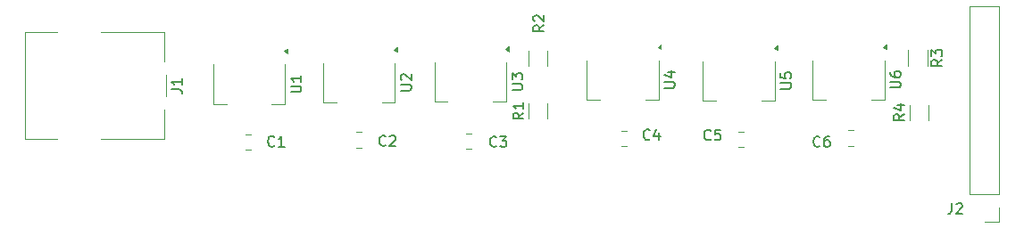
<source format=gbr>
%TF.GenerationSoftware,KiCad,Pcbnew,9.0.3*%
%TF.CreationDate,2025-11-02T19:13:38+05:00*%
%TF.ProjectId,zynq-7000-development-board,7a796e71-2d37-4303-9030-2d646576656c,rev?*%
%TF.SameCoordinates,Original*%
%TF.FileFunction,Legend,Top*%
%TF.FilePolarity,Positive*%
%FSLAX46Y46*%
G04 Gerber Fmt 4.6, Leading zero omitted, Abs format (unit mm)*
G04 Created by KiCad (PCBNEW 9.0.3) date 2025-11-02 19:13:38*
%MOMM*%
%LPD*%
G01*
G04 APERTURE LIST*
%ADD10C,0.150000*%
%ADD11C,0.120000*%
G04 APERTURE END LIST*
D10*
X192956666Y-122614819D02*
X192956666Y-123329104D01*
X192956666Y-123329104D02*
X192909047Y-123471961D01*
X192909047Y-123471961D02*
X192813809Y-123567200D01*
X192813809Y-123567200D02*
X192670952Y-123614819D01*
X192670952Y-123614819D02*
X192575714Y-123614819D01*
X193385238Y-122710057D02*
X193432857Y-122662438D01*
X193432857Y-122662438D02*
X193528095Y-122614819D01*
X193528095Y-122614819D02*
X193766190Y-122614819D01*
X193766190Y-122614819D02*
X193861428Y-122662438D01*
X193861428Y-122662438D02*
X193909047Y-122710057D01*
X193909047Y-122710057D02*
X193956666Y-122805295D01*
X193956666Y-122805295D02*
X193956666Y-122900533D01*
X193956666Y-122900533D02*
X193909047Y-123043390D01*
X193909047Y-123043390D02*
X193337619Y-123614819D01*
X193337619Y-123614819D02*
X193956666Y-123614819D01*
X187114819Y-111621904D02*
X187924342Y-111621904D01*
X187924342Y-111621904D02*
X188019580Y-111574285D01*
X188019580Y-111574285D02*
X188067200Y-111526666D01*
X188067200Y-111526666D02*
X188114819Y-111431428D01*
X188114819Y-111431428D02*
X188114819Y-111240952D01*
X188114819Y-111240952D02*
X188067200Y-111145714D01*
X188067200Y-111145714D02*
X188019580Y-111098095D01*
X188019580Y-111098095D02*
X187924342Y-111050476D01*
X187924342Y-111050476D02*
X187114819Y-111050476D01*
X187114819Y-110145714D02*
X187114819Y-110336190D01*
X187114819Y-110336190D02*
X187162438Y-110431428D01*
X187162438Y-110431428D02*
X187210057Y-110479047D01*
X187210057Y-110479047D02*
X187352914Y-110574285D01*
X187352914Y-110574285D02*
X187543390Y-110621904D01*
X187543390Y-110621904D02*
X187924342Y-110621904D01*
X187924342Y-110621904D02*
X188019580Y-110574285D01*
X188019580Y-110574285D02*
X188067200Y-110526666D01*
X188067200Y-110526666D02*
X188114819Y-110431428D01*
X188114819Y-110431428D02*
X188114819Y-110240952D01*
X188114819Y-110240952D02*
X188067200Y-110145714D01*
X188067200Y-110145714D02*
X188019580Y-110098095D01*
X188019580Y-110098095D02*
X187924342Y-110050476D01*
X187924342Y-110050476D02*
X187686247Y-110050476D01*
X187686247Y-110050476D02*
X187591009Y-110098095D01*
X187591009Y-110098095D02*
X187543390Y-110145714D01*
X187543390Y-110145714D02*
X187495771Y-110240952D01*
X187495771Y-110240952D02*
X187495771Y-110431428D01*
X187495771Y-110431428D02*
X187543390Y-110526666D01*
X187543390Y-110526666D02*
X187591009Y-110574285D01*
X187591009Y-110574285D02*
X187686247Y-110621904D01*
X176727319Y-111711904D02*
X177536842Y-111711904D01*
X177536842Y-111711904D02*
X177632080Y-111664285D01*
X177632080Y-111664285D02*
X177679700Y-111616666D01*
X177679700Y-111616666D02*
X177727319Y-111521428D01*
X177727319Y-111521428D02*
X177727319Y-111330952D01*
X177727319Y-111330952D02*
X177679700Y-111235714D01*
X177679700Y-111235714D02*
X177632080Y-111188095D01*
X177632080Y-111188095D02*
X177536842Y-111140476D01*
X177536842Y-111140476D02*
X176727319Y-111140476D01*
X176727319Y-110188095D02*
X176727319Y-110664285D01*
X176727319Y-110664285D02*
X177203509Y-110711904D01*
X177203509Y-110711904D02*
X177155890Y-110664285D01*
X177155890Y-110664285D02*
X177108271Y-110569047D01*
X177108271Y-110569047D02*
X177108271Y-110330952D01*
X177108271Y-110330952D02*
X177155890Y-110235714D01*
X177155890Y-110235714D02*
X177203509Y-110188095D01*
X177203509Y-110188095D02*
X177298747Y-110140476D01*
X177298747Y-110140476D02*
X177536842Y-110140476D01*
X177536842Y-110140476D02*
X177632080Y-110188095D01*
X177632080Y-110188095D02*
X177679700Y-110235714D01*
X177679700Y-110235714D02*
X177727319Y-110330952D01*
X177727319Y-110330952D02*
X177727319Y-110569047D01*
X177727319Y-110569047D02*
X177679700Y-110664285D01*
X177679700Y-110664285D02*
X177632080Y-110711904D01*
X165707319Y-111631904D02*
X166516842Y-111631904D01*
X166516842Y-111631904D02*
X166612080Y-111584285D01*
X166612080Y-111584285D02*
X166659700Y-111536666D01*
X166659700Y-111536666D02*
X166707319Y-111441428D01*
X166707319Y-111441428D02*
X166707319Y-111250952D01*
X166707319Y-111250952D02*
X166659700Y-111155714D01*
X166659700Y-111155714D02*
X166612080Y-111108095D01*
X166612080Y-111108095D02*
X166516842Y-111060476D01*
X166516842Y-111060476D02*
X165707319Y-111060476D01*
X166040652Y-110155714D02*
X166707319Y-110155714D01*
X165659700Y-110393809D02*
X166373985Y-110631904D01*
X166373985Y-110631904D02*
X166373985Y-110012857D01*
X151257319Y-111811904D02*
X152066842Y-111811904D01*
X152066842Y-111811904D02*
X152162080Y-111764285D01*
X152162080Y-111764285D02*
X152209700Y-111716666D01*
X152209700Y-111716666D02*
X152257319Y-111621428D01*
X152257319Y-111621428D02*
X152257319Y-111430952D01*
X152257319Y-111430952D02*
X152209700Y-111335714D01*
X152209700Y-111335714D02*
X152162080Y-111288095D01*
X152162080Y-111288095D02*
X152066842Y-111240476D01*
X152066842Y-111240476D02*
X151257319Y-111240476D01*
X151257319Y-110859523D02*
X151257319Y-110240476D01*
X151257319Y-110240476D02*
X151638271Y-110573809D01*
X151638271Y-110573809D02*
X151638271Y-110430952D01*
X151638271Y-110430952D02*
X151685890Y-110335714D01*
X151685890Y-110335714D02*
X151733509Y-110288095D01*
X151733509Y-110288095D02*
X151828747Y-110240476D01*
X151828747Y-110240476D02*
X152066842Y-110240476D01*
X152066842Y-110240476D02*
X152162080Y-110288095D01*
X152162080Y-110288095D02*
X152209700Y-110335714D01*
X152209700Y-110335714D02*
X152257319Y-110430952D01*
X152257319Y-110430952D02*
X152257319Y-110716666D01*
X152257319Y-110716666D02*
X152209700Y-110811904D01*
X152209700Y-110811904D02*
X152162080Y-110859523D01*
X140704819Y-111881904D02*
X141514342Y-111881904D01*
X141514342Y-111881904D02*
X141609580Y-111834285D01*
X141609580Y-111834285D02*
X141657200Y-111786666D01*
X141657200Y-111786666D02*
X141704819Y-111691428D01*
X141704819Y-111691428D02*
X141704819Y-111500952D01*
X141704819Y-111500952D02*
X141657200Y-111405714D01*
X141657200Y-111405714D02*
X141609580Y-111358095D01*
X141609580Y-111358095D02*
X141514342Y-111310476D01*
X141514342Y-111310476D02*
X140704819Y-111310476D01*
X140800057Y-110881904D02*
X140752438Y-110834285D01*
X140752438Y-110834285D02*
X140704819Y-110739047D01*
X140704819Y-110739047D02*
X140704819Y-110500952D01*
X140704819Y-110500952D02*
X140752438Y-110405714D01*
X140752438Y-110405714D02*
X140800057Y-110358095D01*
X140800057Y-110358095D02*
X140895295Y-110310476D01*
X140895295Y-110310476D02*
X140990533Y-110310476D01*
X140990533Y-110310476D02*
X141133390Y-110358095D01*
X141133390Y-110358095D02*
X141704819Y-110929523D01*
X141704819Y-110929523D02*
X141704819Y-110310476D01*
X130267319Y-112031904D02*
X131076842Y-112031904D01*
X131076842Y-112031904D02*
X131172080Y-111984285D01*
X131172080Y-111984285D02*
X131219700Y-111936666D01*
X131219700Y-111936666D02*
X131267319Y-111841428D01*
X131267319Y-111841428D02*
X131267319Y-111650952D01*
X131267319Y-111650952D02*
X131219700Y-111555714D01*
X131219700Y-111555714D02*
X131172080Y-111508095D01*
X131172080Y-111508095D02*
X131076842Y-111460476D01*
X131076842Y-111460476D02*
X130267319Y-111460476D01*
X131267319Y-110460476D02*
X131267319Y-111031904D01*
X131267319Y-110746190D02*
X130267319Y-110746190D01*
X130267319Y-110746190D02*
X130410176Y-110841428D01*
X130410176Y-110841428D02*
X130505414Y-110936666D01*
X130505414Y-110936666D02*
X130553033Y-111031904D01*
X188474819Y-114136666D02*
X187998628Y-114469999D01*
X188474819Y-114708094D02*
X187474819Y-114708094D01*
X187474819Y-114708094D02*
X187474819Y-114327142D01*
X187474819Y-114327142D02*
X187522438Y-114231904D01*
X187522438Y-114231904D02*
X187570057Y-114184285D01*
X187570057Y-114184285D02*
X187665295Y-114136666D01*
X187665295Y-114136666D02*
X187808152Y-114136666D01*
X187808152Y-114136666D02*
X187903390Y-114184285D01*
X187903390Y-114184285D02*
X187951009Y-114231904D01*
X187951009Y-114231904D02*
X187998628Y-114327142D01*
X187998628Y-114327142D02*
X187998628Y-114708094D01*
X187808152Y-113279523D02*
X188474819Y-113279523D01*
X187427200Y-113517618D02*
X188141485Y-113755713D01*
X188141485Y-113755713D02*
X188141485Y-113136666D01*
X192034819Y-108956666D02*
X191558628Y-109289999D01*
X192034819Y-109528094D02*
X191034819Y-109528094D01*
X191034819Y-109528094D02*
X191034819Y-109147142D01*
X191034819Y-109147142D02*
X191082438Y-109051904D01*
X191082438Y-109051904D02*
X191130057Y-109004285D01*
X191130057Y-109004285D02*
X191225295Y-108956666D01*
X191225295Y-108956666D02*
X191368152Y-108956666D01*
X191368152Y-108956666D02*
X191463390Y-109004285D01*
X191463390Y-109004285D02*
X191511009Y-109051904D01*
X191511009Y-109051904D02*
X191558628Y-109147142D01*
X191558628Y-109147142D02*
X191558628Y-109528094D01*
X191034819Y-108623332D02*
X191034819Y-108004285D01*
X191034819Y-108004285D02*
X191415771Y-108337618D01*
X191415771Y-108337618D02*
X191415771Y-108194761D01*
X191415771Y-108194761D02*
X191463390Y-108099523D01*
X191463390Y-108099523D02*
X191511009Y-108051904D01*
X191511009Y-108051904D02*
X191606247Y-108004285D01*
X191606247Y-108004285D02*
X191844342Y-108004285D01*
X191844342Y-108004285D02*
X191939580Y-108051904D01*
X191939580Y-108051904D02*
X191987200Y-108099523D01*
X191987200Y-108099523D02*
X192034819Y-108194761D01*
X192034819Y-108194761D02*
X192034819Y-108480475D01*
X192034819Y-108480475D02*
X191987200Y-108575713D01*
X191987200Y-108575713D02*
X191939580Y-108623332D01*
X154284819Y-105676666D02*
X153808628Y-106009999D01*
X154284819Y-106248094D02*
X153284819Y-106248094D01*
X153284819Y-106248094D02*
X153284819Y-105867142D01*
X153284819Y-105867142D02*
X153332438Y-105771904D01*
X153332438Y-105771904D02*
X153380057Y-105724285D01*
X153380057Y-105724285D02*
X153475295Y-105676666D01*
X153475295Y-105676666D02*
X153618152Y-105676666D01*
X153618152Y-105676666D02*
X153713390Y-105724285D01*
X153713390Y-105724285D02*
X153761009Y-105771904D01*
X153761009Y-105771904D02*
X153808628Y-105867142D01*
X153808628Y-105867142D02*
X153808628Y-106248094D01*
X153380057Y-105295713D02*
X153332438Y-105248094D01*
X153332438Y-105248094D02*
X153284819Y-105152856D01*
X153284819Y-105152856D02*
X153284819Y-104914761D01*
X153284819Y-104914761D02*
X153332438Y-104819523D01*
X153332438Y-104819523D02*
X153380057Y-104771904D01*
X153380057Y-104771904D02*
X153475295Y-104724285D01*
X153475295Y-104724285D02*
X153570533Y-104724285D01*
X153570533Y-104724285D02*
X153713390Y-104771904D01*
X153713390Y-104771904D02*
X154284819Y-105343332D01*
X154284819Y-105343332D02*
X154284819Y-104724285D01*
X152344819Y-114006666D02*
X151868628Y-114339999D01*
X152344819Y-114578094D02*
X151344819Y-114578094D01*
X151344819Y-114578094D02*
X151344819Y-114197142D01*
X151344819Y-114197142D02*
X151392438Y-114101904D01*
X151392438Y-114101904D02*
X151440057Y-114054285D01*
X151440057Y-114054285D02*
X151535295Y-114006666D01*
X151535295Y-114006666D02*
X151678152Y-114006666D01*
X151678152Y-114006666D02*
X151773390Y-114054285D01*
X151773390Y-114054285D02*
X151821009Y-114101904D01*
X151821009Y-114101904D02*
X151868628Y-114197142D01*
X151868628Y-114197142D02*
X151868628Y-114578094D01*
X152344819Y-113054285D02*
X152344819Y-113625713D01*
X152344819Y-113339999D02*
X151344819Y-113339999D01*
X151344819Y-113339999D02*
X151487676Y-113435237D01*
X151487676Y-113435237D02*
X151582914Y-113530475D01*
X151582914Y-113530475D02*
X151630533Y-113625713D01*
X118934819Y-111753333D02*
X119649104Y-111753333D01*
X119649104Y-111753333D02*
X119791961Y-111800952D01*
X119791961Y-111800952D02*
X119887200Y-111896190D01*
X119887200Y-111896190D02*
X119934819Y-112039047D01*
X119934819Y-112039047D02*
X119934819Y-112134285D01*
X119934819Y-110753333D02*
X119934819Y-111324761D01*
X119934819Y-111039047D02*
X118934819Y-111039047D01*
X118934819Y-111039047D02*
X119077676Y-111134285D01*
X119077676Y-111134285D02*
X119172914Y-111229523D01*
X119172914Y-111229523D02*
X119220533Y-111324761D01*
X180453333Y-117139580D02*
X180405714Y-117187200D01*
X180405714Y-117187200D02*
X180262857Y-117234819D01*
X180262857Y-117234819D02*
X180167619Y-117234819D01*
X180167619Y-117234819D02*
X180024762Y-117187200D01*
X180024762Y-117187200D02*
X179929524Y-117091961D01*
X179929524Y-117091961D02*
X179881905Y-116996723D01*
X179881905Y-116996723D02*
X179834286Y-116806247D01*
X179834286Y-116806247D02*
X179834286Y-116663390D01*
X179834286Y-116663390D02*
X179881905Y-116472914D01*
X179881905Y-116472914D02*
X179929524Y-116377676D01*
X179929524Y-116377676D02*
X180024762Y-116282438D01*
X180024762Y-116282438D02*
X180167619Y-116234819D01*
X180167619Y-116234819D02*
X180262857Y-116234819D01*
X180262857Y-116234819D02*
X180405714Y-116282438D01*
X180405714Y-116282438D02*
X180453333Y-116330057D01*
X181310476Y-116234819D02*
X181120000Y-116234819D01*
X181120000Y-116234819D02*
X181024762Y-116282438D01*
X181024762Y-116282438D02*
X180977143Y-116330057D01*
X180977143Y-116330057D02*
X180881905Y-116472914D01*
X180881905Y-116472914D02*
X180834286Y-116663390D01*
X180834286Y-116663390D02*
X180834286Y-117044342D01*
X180834286Y-117044342D02*
X180881905Y-117139580D01*
X180881905Y-117139580D02*
X180929524Y-117187200D01*
X180929524Y-117187200D02*
X181024762Y-117234819D01*
X181024762Y-117234819D02*
X181215238Y-117234819D01*
X181215238Y-117234819D02*
X181310476Y-117187200D01*
X181310476Y-117187200D02*
X181358095Y-117139580D01*
X181358095Y-117139580D02*
X181405714Y-117044342D01*
X181405714Y-117044342D02*
X181405714Y-116806247D01*
X181405714Y-116806247D02*
X181358095Y-116711009D01*
X181358095Y-116711009D02*
X181310476Y-116663390D01*
X181310476Y-116663390D02*
X181215238Y-116615771D01*
X181215238Y-116615771D02*
X181024762Y-116615771D01*
X181024762Y-116615771D02*
X180929524Y-116663390D01*
X180929524Y-116663390D02*
X180881905Y-116711009D01*
X180881905Y-116711009D02*
X180834286Y-116806247D01*
X170103333Y-116519580D02*
X170055714Y-116567200D01*
X170055714Y-116567200D02*
X169912857Y-116614819D01*
X169912857Y-116614819D02*
X169817619Y-116614819D01*
X169817619Y-116614819D02*
X169674762Y-116567200D01*
X169674762Y-116567200D02*
X169579524Y-116471961D01*
X169579524Y-116471961D02*
X169531905Y-116376723D01*
X169531905Y-116376723D02*
X169484286Y-116186247D01*
X169484286Y-116186247D02*
X169484286Y-116043390D01*
X169484286Y-116043390D02*
X169531905Y-115852914D01*
X169531905Y-115852914D02*
X169579524Y-115757676D01*
X169579524Y-115757676D02*
X169674762Y-115662438D01*
X169674762Y-115662438D02*
X169817619Y-115614819D01*
X169817619Y-115614819D02*
X169912857Y-115614819D01*
X169912857Y-115614819D02*
X170055714Y-115662438D01*
X170055714Y-115662438D02*
X170103333Y-115710057D01*
X171008095Y-115614819D02*
X170531905Y-115614819D01*
X170531905Y-115614819D02*
X170484286Y-116091009D01*
X170484286Y-116091009D02*
X170531905Y-116043390D01*
X170531905Y-116043390D02*
X170627143Y-115995771D01*
X170627143Y-115995771D02*
X170865238Y-115995771D01*
X170865238Y-115995771D02*
X170960476Y-116043390D01*
X170960476Y-116043390D02*
X171008095Y-116091009D01*
X171008095Y-116091009D02*
X171055714Y-116186247D01*
X171055714Y-116186247D02*
X171055714Y-116424342D01*
X171055714Y-116424342D02*
X171008095Y-116519580D01*
X171008095Y-116519580D02*
X170960476Y-116567200D01*
X170960476Y-116567200D02*
X170865238Y-116614819D01*
X170865238Y-116614819D02*
X170627143Y-116614819D01*
X170627143Y-116614819D02*
X170531905Y-116567200D01*
X170531905Y-116567200D02*
X170484286Y-116519580D01*
X164333333Y-116489580D02*
X164285714Y-116537200D01*
X164285714Y-116537200D02*
X164142857Y-116584819D01*
X164142857Y-116584819D02*
X164047619Y-116584819D01*
X164047619Y-116584819D02*
X163904762Y-116537200D01*
X163904762Y-116537200D02*
X163809524Y-116441961D01*
X163809524Y-116441961D02*
X163761905Y-116346723D01*
X163761905Y-116346723D02*
X163714286Y-116156247D01*
X163714286Y-116156247D02*
X163714286Y-116013390D01*
X163714286Y-116013390D02*
X163761905Y-115822914D01*
X163761905Y-115822914D02*
X163809524Y-115727676D01*
X163809524Y-115727676D02*
X163904762Y-115632438D01*
X163904762Y-115632438D02*
X164047619Y-115584819D01*
X164047619Y-115584819D02*
X164142857Y-115584819D01*
X164142857Y-115584819D02*
X164285714Y-115632438D01*
X164285714Y-115632438D02*
X164333333Y-115680057D01*
X165190476Y-115918152D02*
X165190476Y-116584819D01*
X164952381Y-115537200D02*
X164714286Y-116251485D01*
X164714286Y-116251485D02*
X165333333Y-116251485D01*
X149773333Y-117159580D02*
X149725714Y-117207200D01*
X149725714Y-117207200D02*
X149582857Y-117254819D01*
X149582857Y-117254819D02*
X149487619Y-117254819D01*
X149487619Y-117254819D02*
X149344762Y-117207200D01*
X149344762Y-117207200D02*
X149249524Y-117111961D01*
X149249524Y-117111961D02*
X149201905Y-117016723D01*
X149201905Y-117016723D02*
X149154286Y-116826247D01*
X149154286Y-116826247D02*
X149154286Y-116683390D01*
X149154286Y-116683390D02*
X149201905Y-116492914D01*
X149201905Y-116492914D02*
X149249524Y-116397676D01*
X149249524Y-116397676D02*
X149344762Y-116302438D01*
X149344762Y-116302438D02*
X149487619Y-116254819D01*
X149487619Y-116254819D02*
X149582857Y-116254819D01*
X149582857Y-116254819D02*
X149725714Y-116302438D01*
X149725714Y-116302438D02*
X149773333Y-116350057D01*
X150106667Y-116254819D02*
X150725714Y-116254819D01*
X150725714Y-116254819D02*
X150392381Y-116635771D01*
X150392381Y-116635771D02*
X150535238Y-116635771D01*
X150535238Y-116635771D02*
X150630476Y-116683390D01*
X150630476Y-116683390D02*
X150678095Y-116731009D01*
X150678095Y-116731009D02*
X150725714Y-116826247D01*
X150725714Y-116826247D02*
X150725714Y-117064342D01*
X150725714Y-117064342D02*
X150678095Y-117159580D01*
X150678095Y-117159580D02*
X150630476Y-117207200D01*
X150630476Y-117207200D02*
X150535238Y-117254819D01*
X150535238Y-117254819D02*
X150249524Y-117254819D01*
X150249524Y-117254819D02*
X150154286Y-117207200D01*
X150154286Y-117207200D02*
X150106667Y-117159580D01*
X139273333Y-117059580D02*
X139225714Y-117107200D01*
X139225714Y-117107200D02*
X139082857Y-117154819D01*
X139082857Y-117154819D02*
X138987619Y-117154819D01*
X138987619Y-117154819D02*
X138844762Y-117107200D01*
X138844762Y-117107200D02*
X138749524Y-117011961D01*
X138749524Y-117011961D02*
X138701905Y-116916723D01*
X138701905Y-116916723D02*
X138654286Y-116726247D01*
X138654286Y-116726247D02*
X138654286Y-116583390D01*
X138654286Y-116583390D02*
X138701905Y-116392914D01*
X138701905Y-116392914D02*
X138749524Y-116297676D01*
X138749524Y-116297676D02*
X138844762Y-116202438D01*
X138844762Y-116202438D02*
X138987619Y-116154819D01*
X138987619Y-116154819D02*
X139082857Y-116154819D01*
X139082857Y-116154819D02*
X139225714Y-116202438D01*
X139225714Y-116202438D02*
X139273333Y-116250057D01*
X139654286Y-116250057D02*
X139701905Y-116202438D01*
X139701905Y-116202438D02*
X139797143Y-116154819D01*
X139797143Y-116154819D02*
X140035238Y-116154819D01*
X140035238Y-116154819D02*
X140130476Y-116202438D01*
X140130476Y-116202438D02*
X140178095Y-116250057D01*
X140178095Y-116250057D02*
X140225714Y-116345295D01*
X140225714Y-116345295D02*
X140225714Y-116440533D01*
X140225714Y-116440533D02*
X140178095Y-116583390D01*
X140178095Y-116583390D02*
X139606667Y-117154819D01*
X139606667Y-117154819D02*
X140225714Y-117154819D01*
X128713333Y-117119580D02*
X128665714Y-117167200D01*
X128665714Y-117167200D02*
X128522857Y-117214819D01*
X128522857Y-117214819D02*
X128427619Y-117214819D01*
X128427619Y-117214819D02*
X128284762Y-117167200D01*
X128284762Y-117167200D02*
X128189524Y-117071961D01*
X128189524Y-117071961D02*
X128141905Y-116976723D01*
X128141905Y-116976723D02*
X128094286Y-116786247D01*
X128094286Y-116786247D02*
X128094286Y-116643390D01*
X128094286Y-116643390D02*
X128141905Y-116452914D01*
X128141905Y-116452914D02*
X128189524Y-116357676D01*
X128189524Y-116357676D02*
X128284762Y-116262438D01*
X128284762Y-116262438D02*
X128427619Y-116214819D01*
X128427619Y-116214819D02*
X128522857Y-116214819D01*
X128522857Y-116214819D02*
X128665714Y-116262438D01*
X128665714Y-116262438D02*
X128713333Y-116310057D01*
X129665714Y-117214819D02*
X129094286Y-117214819D01*
X129380000Y-117214819D02*
X129380000Y-116214819D01*
X129380000Y-116214819D02*
X129284762Y-116357676D01*
X129284762Y-116357676D02*
X129189524Y-116452914D01*
X129189524Y-116452914D02*
X129094286Y-116500533D01*
D11*
%TO.C,J2*%
X194670000Y-121730000D02*
X194670000Y-103840000D01*
X197430000Y-103840000D02*
X194670000Y-103840000D01*
X197430000Y-121730000D02*
X194670000Y-121730000D01*
X197430000Y-121730000D02*
X197430000Y-103840000D01*
X197430000Y-123000000D02*
X197430000Y-124380000D01*
X197430000Y-124380000D02*
X196050000Y-124380000D01*
%TO.C,U6*%
X186570000Y-109010000D02*
X186570000Y-112770000D01*
X179750000Y-109010000D02*
X179750000Y-112770000D01*
X186570000Y-112770000D02*
X185310000Y-112770000D01*
X179750000Y-112770000D02*
X181010000Y-112770000D01*
X186800000Y-107970000D02*
X186470000Y-107730000D01*
X186800000Y-107490000D01*
X186800000Y-107970000D01*
G36*
X186800000Y-107970000D02*
G01*
X186470000Y-107730000D01*
X186800000Y-107490000D01*
X186800000Y-107970000D01*
G37*
%TO.C,U5*%
X176182500Y-109100000D02*
X176182500Y-112860000D01*
X169362500Y-109100000D02*
X169362500Y-112860000D01*
X176182500Y-112860000D02*
X174922500Y-112860000D01*
X169362500Y-112860000D02*
X170622500Y-112860000D01*
X176412500Y-108060000D02*
X176082500Y-107820000D01*
X176412500Y-107580000D01*
X176412500Y-108060000D01*
G36*
X176412500Y-108060000D02*
G01*
X176082500Y-107820000D01*
X176412500Y-107580000D01*
X176412500Y-108060000D01*
G37*
%TO.C,U4*%
X165162500Y-109020000D02*
X165162500Y-112780000D01*
X158342500Y-109020000D02*
X158342500Y-112780000D01*
X165162500Y-112780000D02*
X163902500Y-112780000D01*
X158342500Y-112780000D02*
X159602500Y-112780000D01*
X165392500Y-107980000D02*
X165062500Y-107740000D01*
X165392500Y-107500000D01*
X165392500Y-107980000D01*
G36*
X165392500Y-107980000D02*
G01*
X165062500Y-107740000D01*
X165392500Y-107500000D01*
X165392500Y-107980000D01*
G37*
%TO.C,U3*%
X150712500Y-109200000D02*
X150712500Y-112960000D01*
X143892500Y-109200000D02*
X143892500Y-112960000D01*
X150712500Y-112960000D02*
X149452500Y-112960000D01*
X143892500Y-112960000D02*
X145152500Y-112960000D01*
X150942500Y-108160000D02*
X150612500Y-107920000D01*
X150942500Y-107680000D01*
X150942500Y-108160000D01*
G36*
X150942500Y-108160000D02*
G01*
X150612500Y-107920000D01*
X150942500Y-107680000D01*
X150942500Y-108160000D01*
G37*
%TO.C,U2*%
X140160000Y-109270000D02*
X140160000Y-113030000D01*
X133340000Y-109270000D02*
X133340000Y-113030000D01*
X140160000Y-113030000D02*
X138900000Y-113030000D01*
X133340000Y-113030000D02*
X134600000Y-113030000D01*
X140390000Y-108230000D02*
X140060000Y-107990000D01*
X140390000Y-107750000D01*
X140390000Y-108230000D01*
G36*
X140390000Y-108230000D02*
G01*
X140060000Y-107990000D01*
X140390000Y-107750000D01*
X140390000Y-108230000D01*
G37*
%TO.C,U1*%
X129722500Y-109420000D02*
X129722500Y-113180000D01*
X122902500Y-109420000D02*
X122902500Y-113180000D01*
X129722500Y-113180000D02*
X128462500Y-113180000D01*
X122902500Y-113180000D02*
X124162500Y-113180000D01*
X129952500Y-108380000D02*
X129622500Y-108140000D01*
X129952500Y-107900000D01*
X129952500Y-108380000D01*
G36*
X129952500Y-108380000D02*
G01*
X129622500Y-108140000D01*
X129952500Y-107900000D01*
X129952500Y-108380000D01*
G37*
%TO.C,R4*%
X188940000Y-114697064D02*
X188940000Y-113242936D01*
X190760000Y-114697064D02*
X190760000Y-113242936D01*
%TO.C,R3*%
X190660000Y-108062936D02*
X190660000Y-109517064D01*
X188840000Y-108062936D02*
X188840000Y-109517064D01*
%TO.C,R2*%
X152810000Y-109577064D02*
X152810000Y-108122936D01*
X154630000Y-109577064D02*
X154630000Y-108122936D01*
%TO.C,R1*%
X152810000Y-114567064D02*
X152810000Y-113112936D01*
X154630000Y-114567064D02*
X154630000Y-113112936D01*
%TO.C,J1*%
X118290000Y-106310000D02*
X118290000Y-109120000D01*
X112230000Y-106310000D02*
X118290000Y-106310000D01*
X105070000Y-106310000D02*
X108130000Y-106310000D01*
X118480000Y-110420000D02*
X118480000Y-112420000D01*
X118290000Y-113720000D02*
X118290000Y-116530000D01*
X118290000Y-116530000D02*
X112230000Y-116530000D01*
X108130000Y-116530000D02*
X105070000Y-116530000D01*
X105070000Y-116530000D02*
X105070000Y-106310000D01*
%TO.C,C6*%
X183611252Y-117145000D02*
X183088748Y-117145000D01*
X183611252Y-115675000D02*
X183088748Y-115675000D01*
%TO.C,C5*%
X172738748Y-115775000D02*
X173261252Y-115775000D01*
X172738748Y-117245000D02*
X173261252Y-117245000D01*
%TO.C,C4*%
X161588748Y-115735000D02*
X162111252Y-115735000D01*
X161588748Y-117205000D02*
X162111252Y-117205000D01*
%TO.C,C3*%
X146908748Y-115955000D02*
X147431252Y-115955000D01*
X146908748Y-117425000D02*
X147431252Y-117425000D01*
%TO.C,C2*%
X136468748Y-115855000D02*
X136991252Y-115855000D01*
X136468748Y-117325000D02*
X136991252Y-117325000D01*
%TO.C,C1*%
X125958748Y-116025000D02*
X126481252Y-116025000D01*
X125958748Y-117495000D02*
X126481252Y-117495000D01*
%TD*%
M02*

</source>
